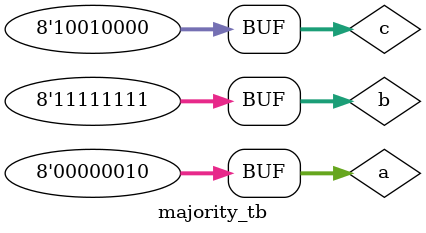
<source format=v>
`include "majority.v"
`timescale 1 ns/1 ps

module majority_tb();
    reg  [7:0] a;
    reg  [7:0] b;
    reg  [7:0] c;
    wire [7:0] majority;

    majority sim(a, b, c, majority);

    initial 
    begin
        $dumpfile("dump.vcd");
        $dumpvars(0, majority_tb);  

        #1;
        a=2;
        b = 255;
        c = 144;

        #1;
    end
endmodule
</source>
